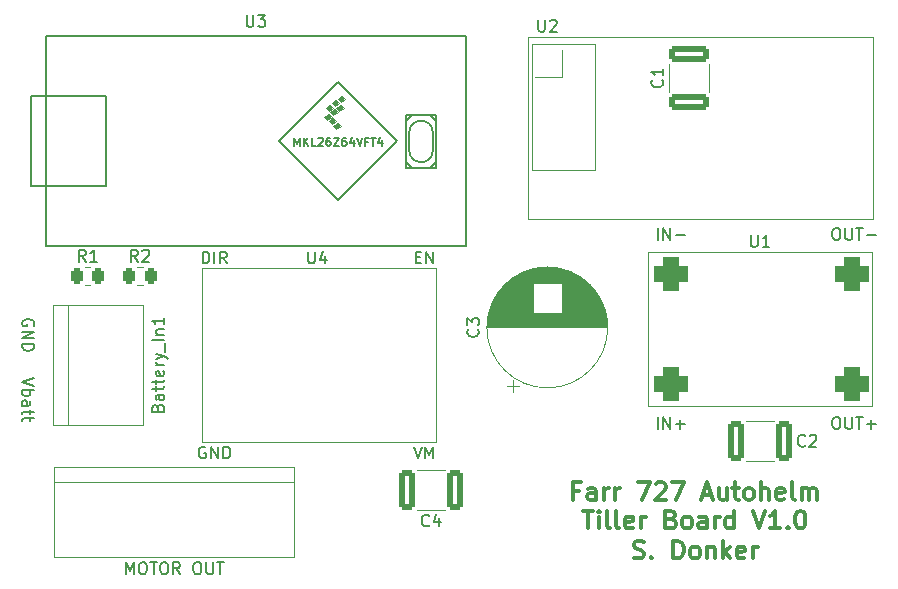
<source format=gto>
%TF.GenerationSoftware,KiCad,Pcbnew,(6.0.6)*%
%TF.CreationDate,2022-07-07T23:48:31-04:00*%
%TF.ProjectId,Autohelm_Thruster,4175746f-6865-46c6-9d5f-546872757374,rev?*%
%TF.SameCoordinates,Original*%
%TF.FileFunction,Legend,Top*%
%TF.FilePolarity,Positive*%
%FSLAX46Y46*%
G04 Gerber Fmt 4.6, Leading zero omitted, Abs format (unit mm)*
G04 Created by KiCad (PCBNEW (6.0.6)) date 2022-07-07 23:48:31*
%MOMM*%
%LPD*%
G01*
G04 APERTURE LIST*
G04 Aperture macros list*
%AMRoundRect*
0 Rectangle with rounded corners*
0 $1 Rounding radius*
0 $2 $3 $4 $5 $6 $7 $8 $9 X,Y pos of 4 corners*
0 Add a 4 corners polygon primitive as box body*
4,1,4,$2,$3,$4,$5,$6,$7,$8,$9,$2,$3,0*
0 Add four circle primitives for the rounded corners*
1,1,$1+$1,$2,$3*
1,1,$1+$1,$4,$5*
1,1,$1+$1,$6,$7*
1,1,$1+$1,$8,$9*
0 Add four rect primitives between the rounded corners*
20,1,$1+$1,$2,$3,$4,$5,0*
20,1,$1+$1,$4,$5,$6,$7,0*
20,1,$1+$1,$6,$7,$8,$9,0*
20,1,$1+$1,$8,$9,$2,$3,0*%
G04 Aperture macros list end*
%ADD10C,0.150000*%
%ADD11C,0.300000*%
%ADD12C,0.120000*%
%ADD13C,0.100000*%
%ADD14RoundRect,0.250000X-0.262500X-0.450000X0.262500X-0.450000X0.262500X0.450000X-0.262500X0.450000X0*%
%ADD15RoundRect,0.249999X0.450001X1.450001X-0.450001X1.450001X-0.450001X-1.450001X0.450001X-1.450001X0*%
%ADD16RoundRect,0.700000X0.700000X-0.700000X0.700000X0.700000X-0.700000X0.700000X-0.700000X-0.700000X0*%
%ADD17RoundRect,0.249999X1.450001X-0.450001X1.450001X0.450001X-1.450001X0.450001X-1.450001X-0.450001X0*%
%ADD18R,2.000000X2.000000*%
%ADD19C,2.000000*%
%ADD20R,3.000000X3.000000*%
%ADD21C,3.000000*%
%ADD22R,1.700000X1.700000*%
%ADD23C,1.700000*%
%ADD24R,1.600000X1.600000*%
%ADD25C,1.600000*%
G04 APERTURE END LIST*
D10*
X72000000Y-117738095D02*
X72047619Y-117642857D01*
X72047619Y-117500000D01*
X72000000Y-117357142D01*
X71904761Y-117261904D01*
X71809523Y-117214285D01*
X71619047Y-117166666D01*
X71476190Y-117166666D01*
X71285714Y-117214285D01*
X71190476Y-117261904D01*
X71095238Y-117357142D01*
X71047619Y-117500000D01*
X71047619Y-117595238D01*
X71095238Y-117738095D01*
X71142857Y-117785714D01*
X71476190Y-117785714D01*
X71476190Y-117595238D01*
X71047619Y-118214285D02*
X72047619Y-118214285D01*
X71047619Y-118785714D01*
X72047619Y-118785714D01*
X71047619Y-119261904D02*
X72047619Y-119261904D01*
X72047619Y-119500000D01*
X72000000Y-119642857D01*
X71904761Y-119738095D01*
X71809523Y-119785714D01*
X71619047Y-119833333D01*
X71476190Y-119833333D01*
X71285714Y-119785714D01*
X71190476Y-119738095D01*
X71095238Y-119642857D01*
X71047619Y-119500000D01*
X71047619Y-119261904D01*
D11*
X118178571Y-131685357D02*
X117678571Y-131685357D01*
X117678571Y-132471071D02*
X117678571Y-130971071D01*
X118392857Y-130971071D01*
X119607142Y-132471071D02*
X119607142Y-131685357D01*
X119535714Y-131542500D01*
X119392857Y-131471071D01*
X119107142Y-131471071D01*
X118964285Y-131542500D01*
X119607142Y-132399642D02*
X119464285Y-132471071D01*
X119107142Y-132471071D01*
X118964285Y-132399642D01*
X118892857Y-132256785D01*
X118892857Y-132113928D01*
X118964285Y-131971071D01*
X119107142Y-131899642D01*
X119464285Y-131899642D01*
X119607142Y-131828214D01*
X120321428Y-132471071D02*
X120321428Y-131471071D01*
X120321428Y-131756785D02*
X120392857Y-131613928D01*
X120464285Y-131542500D01*
X120607142Y-131471071D01*
X120750000Y-131471071D01*
X121250000Y-132471071D02*
X121250000Y-131471071D01*
X121250000Y-131756785D02*
X121321428Y-131613928D01*
X121392857Y-131542500D01*
X121535714Y-131471071D01*
X121678571Y-131471071D01*
X123178571Y-130971071D02*
X124178571Y-130971071D01*
X123535714Y-132471071D01*
X124678571Y-131113928D02*
X124750000Y-131042500D01*
X124892857Y-130971071D01*
X125250000Y-130971071D01*
X125392857Y-131042500D01*
X125464285Y-131113928D01*
X125535714Y-131256785D01*
X125535714Y-131399642D01*
X125464285Y-131613928D01*
X124607142Y-132471071D01*
X125535714Y-132471071D01*
X126035714Y-130971071D02*
X127035714Y-130971071D01*
X126392857Y-132471071D01*
X128678571Y-132042500D02*
X129392857Y-132042500D01*
X128535714Y-132471071D02*
X129035714Y-130971071D01*
X129535714Y-132471071D01*
X130678571Y-131471071D02*
X130678571Y-132471071D01*
X130035714Y-131471071D02*
X130035714Y-132256785D01*
X130107142Y-132399642D01*
X130250000Y-132471071D01*
X130464285Y-132471071D01*
X130607142Y-132399642D01*
X130678571Y-132328214D01*
X131178571Y-131471071D02*
X131750000Y-131471071D01*
X131392857Y-130971071D02*
X131392857Y-132256785D01*
X131464285Y-132399642D01*
X131607142Y-132471071D01*
X131750000Y-132471071D01*
X132464285Y-132471071D02*
X132321428Y-132399642D01*
X132250000Y-132328214D01*
X132178571Y-132185357D01*
X132178571Y-131756785D01*
X132250000Y-131613928D01*
X132321428Y-131542500D01*
X132464285Y-131471071D01*
X132678571Y-131471071D01*
X132821428Y-131542500D01*
X132892857Y-131613928D01*
X132964285Y-131756785D01*
X132964285Y-132185357D01*
X132892857Y-132328214D01*
X132821428Y-132399642D01*
X132678571Y-132471071D01*
X132464285Y-132471071D01*
X133607142Y-132471071D02*
X133607142Y-130971071D01*
X134250000Y-132471071D02*
X134250000Y-131685357D01*
X134178571Y-131542500D01*
X134035714Y-131471071D01*
X133821428Y-131471071D01*
X133678571Y-131542500D01*
X133607142Y-131613928D01*
X135535714Y-132399642D02*
X135392857Y-132471071D01*
X135107142Y-132471071D01*
X134964285Y-132399642D01*
X134892857Y-132256785D01*
X134892857Y-131685357D01*
X134964285Y-131542500D01*
X135107142Y-131471071D01*
X135392857Y-131471071D01*
X135535714Y-131542500D01*
X135607142Y-131685357D01*
X135607142Y-131828214D01*
X134892857Y-131971071D01*
X136464285Y-132471071D02*
X136321428Y-132399642D01*
X136250000Y-132256785D01*
X136250000Y-130971071D01*
X137035714Y-132471071D02*
X137035714Y-131471071D01*
X137035714Y-131613928D02*
X137107142Y-131542500D01*
X137250000Y-131471071D01*
X137464285Y-131471071D01*
X137607142Y-131542500D01*
X137678571Y-131685357D01*
X137678571Y-132471071D01*
X137678571Y-131685357D02*
X137750000Y-131542500D01*
X137892857Y-131471071D01*
X138107142Y-131471071D01*
X138250000Y-131542500D01*
X138321428Y-131685357D01*
X138321428Y-132471071D01*
X118500000Y-133386071D02*
X119357142Y-133386071D01*
X118928571Y-134886071D02*
X118928571Y-133386071D01*
X119857142Y-134886071D02*
X119857142Y-133886071D01*
X119857142Y-133386071D02*
X119785714Y-133457500D01*
X119857142Y-133528928D01*
X119928571Y-133457500D01*
X119857142Y-133386071D01*
X119857142Y-133528928D01*
X120785714Y-134886071D02*
X120642857Y-134814642D01*
X120571428Y-134671785D01*
X120571428Y-133386071D01*
X121571428Y-134886071D02*
X121428571Y-134814642D01*
X121357142Y-134671785D01*
X121357142Y-133386071D01*
X122714285Y-134814642D02*
X122571428Y-134886071D01*
X122285714Y-134886071D01*
X122142857Y-134814642D01*
X122071428Y-134671785D01*
X122071428Y-134100357D01*
X122142857Y-133957500D01*
X122285714Y-133886071D01*
X122571428Y-133886071D01*
X122714285Y-133957500D01*
X122785714Y-134100357D01*
X122785714Y-134243214D01*
X122071428Y-134386071D01*
X123428571Y-134886071D02*
X123428571Y-133886071D01*
X123428571Y-134171785D02*
X123500000Y-134028928D01*
X123571428Y-133957500D01*
X123714285Y-133886071D01*
X123857142Y-133886071D01*
X126000000Y-134100357D02*
X126214285Y-134171785D01*
X126285714Y-134243214D01*
X126357142Y-134386071D01*
X126357142Y-134600357D01*
X126285714Y-134743214D01*
X126214285Y-134814642D01*
X126071428Y-134886071D01*
X125500000Y-134886071D01*
X125500000Y-133386071D01*
X126000000Y-133386071D01*
X126142857Y-133457500D01*
X126214285Y-133528928D01*
X126285714Y-133671785D01*
X126285714Y-133814642D01*
X126214285Y-133957500D01*
X126142857Y-134028928D01*
X126000000Y-134100357D01*
X125500000Y-134100357D01*
X127214285Y-134886071D02*
X127071428Y-134814642D01*
X127000000Y-134743214D01*
X126928571Y-134600357D01*
X126928571Y-134171785D01*
X127000000Y-134028928D01*
X127071428Y-133957500D01*
X127214285Y-133886071D01*
X127428571Y-133886071D01*
X127571428Y-133957500D01*
X127642857Y-134028928D01*
X127714285Y-134171785D01*
X127714285Y-134600357D01*
X127642857Y-134743214D01*
X127571428Y-134814642D01*
X127428571Y-134886071D01*
X127214285Y-134886071D01*
X129000000Y-134886071D02*
X129000000Y-134100357D01*
X128928571Y-133957500D01*
X128785714Y-133886071D01*
X128500000Y-133886071D01*
X128357142Y-133957500D01*
X129000000Y-134814642D02*
X128857142Y-134886071D01*
X128500000Y-134886071D01*
X128357142Y-134814642D01*
X128285714Y-134671785D01*
X128285714Y-134528928D01*
X128357142Y-134386071D01*
X128500000Y-134314642D01*
X128857142Y-134314642D01*
X129000000Y-134243214D01*
X129714285Y-134886071D02*
X129714285Y-133886071D01*
X129714285Y-134171785D02*
X129785714Y-134028928D01*
X129857142Y-133957500D01*
X130000000Y-133886071D01*
X130142857Y-133886071D01*
X131285714Y-134886071D02*
X131285714Y-133386071D01*
X131285714Y-134814642D02*
X131142857Y-134886071D01*
X130857142Y-134886071D01*
X130714285Y-134814642D01*
X130642857Y-134743214D01*
X130571428Y-134600357D01*
X130571428Y-134171785D01*
X130642857Y-134028928D01*
X130714285Y-133957500D01*
X130857142Y-133886071D01*
X131142857Y-133886071D01*
X131285714Y-133957500D01*
X132928571Y-133386071D02*
X133428571Y-134886071D01*
X133928571Y-133386071D01*
X135214285Y-134886071D02*
X134357142Y-134886071D01*
X134785714Y-134886071D02*
X134785714Y-133386071D01*
X134642857Y-133600357D01*
X134500000Y-133743214D01*
X134357142Y-133814642D01*
X135857142Y-134743214D02*
X135928571Y-134814642D01*
X135857142Y-134886071D01*
X135785714Y-134814642D01*
X135857142Y-134743214D01*
X135857142Y-134886071D01*
X136857142Y-133386071D02*
X137000000Y-133386071D01*
X137142857Y-133457500D01*
X137214285Y-133528928D01*
X137285714Y-133671785D01*
X137357142Y-133957500D01*
X137357142Y-134314642D01*
X137285714Y-134600357D01*
X137214285Y-134743214D01*
X137142857Y-134814642D01*
X137000000Y-134886071D01*
X136857142Y-134886071D01*
X136714285Y-134814642D01*
X136642857Y-134743214D01*
X136571428Y-134600357D01*
X136500000Y-134314642D01*
X136500000Y-133957500D01*
X136571428Y-133671785D01*
X136642857Y-133528928D01*
X136714285Y-133457500D01*
X136857142Y-133386071D01*
X122821428Y-137357142D02*
X123035714Y-137428571D01*
X123392857Y-137428571D01*
X123535714Y-137357142D01*
X123607142Y-137285714D01*
X123678571Y-137142857D01*
X123678571Y-137000000D01*
X123607142Y-136857142D01*
X123535714Y-136785714D01*
X123392857Y-136714285D01*
X123107142Y-136642857D01*
X122964285Y-136571428D01*
X122892857Y-136500000D01*
X122821428Y-136357142D01*
X122821428Y-136214285D01*
X122892857Y-136071428D01*
X122964285Y-136000000D01*
X123107142Y-135928571D01*
X123464285Y-135928571D01*
X123678571Y-136000000D01*
X124321428Y-137285714D02*
X124392857Y-137357142D01*
X124321428Y-137428571D01*
X124250000Y-137357142D01*
X124321428Y-137285714D01*
X124321428Y-137428571D01*
X126178571Y-137428571D02*
X126178571Y-135928571D01*
X126535714Y-135928571D01*
X126750000Y-136000000D01*
X126892857Y-136142857D01*
X126964285Y-136285714D01*
X127035714Y-136571428D01*
X127035714Y-136785714D01*
X126964285Y-137071428D01*
X126892857Y-137214285D01*
X126750000Y-137357142D01*
X126535714Y-137428571D01*
X126178571Y-137428571D01*
X127892857Y-137428571D02*
X127750000Y-137357142D01*
X127678571Y-137285714D01*
X127607142Y-137142857D01*
X127607142Y-136714285D01*
X127678571Y-136571428D01*
X127750000Y-136500000D01*
X127892857Y-136428571D01*
X128107142Y-136428571D01*
X128250000Y-136500000D01*
X128321428Y-136571428D01*
X128392857Y-136714285D01*
X128392857Y-137142857D01*
X128321428Y-137285714D01*
X128250000Y-137357142D01*
X128107142Y-137428571D01*
X127892857Y-137428571D01*
X129035714Y-136428571D02*
X129035714Y-137428571D01*
X129035714Y-136571428D02*
X129107142Y-136500000D01*
X129250000Y-136428571D01*
X129464285Y-136428571D01*
X129607142Y-136500000D01*
X129678571Y-136642857D01*
X129678571Y-137428571D01*
X130392857Y-137428571D02*
X130392857Y-135928571D01*
X130535714Y-136857142D02*
X130964285Y-137428571D01*
X130964285Y-136428571D02*
X130392857Y-137000000D01*
X132178571Y-137357142D02*
X132035714Y-137428571D01*
X131750000Y-137428571D01*
X131607142Y-137357142D01*
X131535714Y-137214285D01*
X131535714Y-136642857D01*
X131607142Y-136500000D01*
X131750000Y-136428571D01*
X132035714Y-136428571D01*
X132178571Y-136500000D01*
X132250000Y-136642857D01*
X132250000Y-136785714D01*
X131535714Y-136928571D01*
X132892857Y-137428571D02*
X132892857Y-136428571D01*
X132892857Y-136714285D02*
X132964285Y-136571428D01*
X133035714Y-136500000D01*
X133178571Y-136428571D01*
X133321428Y-136428571D01*
D10*
X72047619Y-122190476D02*
X71047619Y-122523809D01*
X72047619Y-122857142D01*
X71047619Y-123190476D02*
X72047619Y-123190476D01*
X71666666Y-123190476D02*
X71714285Y-123285714D01*
X71714285Y-123476190D01*
X71666666Y-123571428D01*
X71619047Y-123619047D01*
X71523809Y-123666666D01*
X71238095Y-123666666D01*
X71142857Y-123619047D01*
X71095238Y-123571428D01*
X71047619Y-123476190D01*
X71047619Y-123285714D01*
X71095238Y-123190476D01*
X71047619Y-124523809D02*
X71571428Y-124523809D01*
X71666666Y-124476190D01*
X71714285Y-124380952D01*
X71714285Y-124190476D01*
X71666666Y-124095238D01*
X71095238Y-124523809D02*
X71047619Y-124428571D01*
X71047619Y-124190476D01*
X71095238Y-124095238D01*
X71190476Y-124047619D01*
X71285714Y-124047619D01*
X71380952Y-124095238D01*
X71428571Y-124190476D01*
X71428571Y-124428571D01*
X71476190Y-124523809D01*
X71714285Y-124857142D02*
X71714285Y-125238095D01*
X72047619Y-125000000D02*
X71190476Y-125000000D01*
X71095238Y-125047619D01*
X71047619Y-125142857D01*
X71047619Y-125238095D01*
X71714285Y-125428571D02*
X71714285Y-125809523D01*
X72047619Y-125571428D02*
X71190476Y-125571428D01*
X71095238Y-125619047D01*
X71047619Y-125714285D01*
X71047619Y-125809523D01*
%TO.C,R2*%
X80833333Y-112302380D02*
X80500000Y-111826190D01*
X80261904Y-112302380D02*
X80261904Y-111302380D01*
X80642857Y-111302380D01*
X80738095Y-111350000D01*
X80785714Y-111397619D01*
X80833333Y-111492857D01*
X80833333Y-111635714D01*
X80785714Y-111730952D01*
X80738095Y-111778571D01*
X80642857Y-111826190D01*
X80261904Y-111826190D01*
X81214285Y-111397619D02*
X81261904Y-111350000D01*
X81357142Y-111302380D01*
X81595238Y-111302380D01*
X81690476Y-111350000D01*
X81738095Y-111397619D01*
X81785714Y-111492857D01*
X81785714Y-111588095D01*
X81738095Y-111730952D01*
X81166666Y-112302380D01*
X81785714Y-112302380D01*
%TO.C,C4*%
X105493333Y-134617142D02*
X105445714Y-134664761D01*
X105302857Y-134712380D01*
X105207619Y-134712380D01*
X105064761Y-134664761D01*
X104969523Y-134569523D01*
X104921904Y-134474285D01*
X104874285Y-134283809D01*
X104874285Y-134140952D01*
X104921904Y-133950476D01*
X104969523Y-133855238D01*
X105064761Y-133760000D01*
X105207619Y-133712380D01*
X105302857Y-133712380D01*
X105445714Y-133760000D01*
X105493333Y-133807619D01*
X106350476Y-134045714D02*
X106350476Y-134712380D01*
X106112380Y-133664761D02*
X105874285Y-134379047D01*
X106493333Y-134379047D01*
%TO.C,U1*%
X132738095Y-110052380D02*
X132738095Y-110861904D01*
X132785714Y-110957142D01*
X132833333Y-111004761D01*
X132928571Y-111052380D01*
X133119047Y-111052380D01*
X133214285Y-111004761D01*
X133261904Y-110957142D01*
X133309523Y-110861904D01*
X133309523Y-110052380D01*
X134309523Y-111052380D02*
X133738095Y-111052380D01*
X134023809Y-111052380D02*
X134023809Y-110052380D01*
X133928571Y-110195238D01*
X133833333Y-110290476D01*
X133738095Y-110338095D01*
X139880952Y-125452380D02*
X140071428Y-125452380D01*
X140166666Y-125500000D01*
X140261904Y-125595238D01*
X140309523Y-125785714D01*
X140309523Y-126119047D01*
X140261904Y-126309523D01*
X140166666Y-126404761D01*
X140071428Y-126452380D01*
X139880952Y-126452380D01*
X139785714Y-126404761D01*
X139690476Y-126309523D01*
X139642857Y-126119047D01*
X139642857Y-125785714D01*
X139690476Y-125595238D01*
X139785714Y-125500000D01*
X139880952Y-125452380D01*
X140738095Y-125452380D02*
X140738095Y-126261904D01*
X140785714Y-126357142D01*
X140833333Y-126404761D01*
X140928571Y-126452380D01*
X141119047Y-126452380D01*
X141214285Y-126404761D01*
X141261904Y-126357142D01*
X141309523Y-126261904D01*
X141309523Y-125452380D01*
X141642857Y-125452380D02*
X142214285Y-125452380D01*
X141928571Y-126452380D02*
X141928571Y-125452380D01*
X142547619Y-126071428D02*
X143309523Y-126071428D01*
X142928571Y-126452380D02*
X142928571Y-125690476D01*
X139880952Y-109452380D02*
X140071428Y-109452380D01*
X140166666Y-109500000D01*
X140261904Y-109595238D01*
X140309523Y-109785714D01*
X140309523Y-110119047D01*
X140261904Y-110309523D01*
X140166666Y-110404761D01*
X140071428Y-110452380D01*
X139880952Y-110452380D01*
X139785714Y-110404761D01*
X139690476Y-110309523D01*
X139642857Y-110119047D01*
X139642857Y-109785714D01*
X139690476Y-109595238D01*
X139785714Y-109500000D01*
X139880952Y-109452380D01*
X140738095Y-109452380D02*
X140738095Y-110261904D01*
X140785714Y-110357142D01*
X140833333Y-110404761D01*
X140928571Y-110452380D01*
X141119047Y-110452380D01*
X141214285Y-110404761D01*
X141261904Y-110357142D01*
X141309523Y-110261904D01*
X141309523Y-109452380D01*
X141642857Y-109452380D02*
X142214285Y-109452380D01*
X141928571Y-110452380D02*
X141928571Y-109452380D01*
X142547619Y-110071428D02*
X143309523Y-110071428D01*
X124857142Y-126452380D02*
X124857142Y-125452380D01*
X125333333Y-126452380D02*
X125333333Y-125452380D01*
X125904761Y-126452380D01*
X125904761Y-125452380D01*
X126380952Y-126071428D02*
X127142857Y-126071428D01*
X126761904Y-126452380D02*
X126761904Y-125690476D01*
X124857142Y-110452380D02*
X124857142Y-109452380D01*
X125333333Y-110452380D02*
X125333333Y-109452380D01*
X125904761Y-110452380D01*
X125904761Y-109452380D01*
X126380952Y-110071428D02*
X127142857Y-110071428D01*
%TO.C,C1*%
X125207142Y-96916666D02*
X125254761Y-96964285D01*
X125302380Y-97107142D01*
X125302380Y-97202380D01*
X125254761Y-97345238D01*
X125159523Y-97440476D01*
X125064285Y-97488095D01*
X124873809Y-97535714D01*
X124730952Y-97535714D01*
X124540476Y-97488095D01*
X124445238Y-97440476D01*
X124350000Y-97345238D01*
X124302380Y-97202380D01*
X124302380Y-97107142D01*
X124350000Y-96964285D01*
X124397619Y-96916666D01*
X125302380Y-95964285D02*
X125302380Y-96535714D01*
X125302380Y-96250000D02*
X124302380Y-96250000D01*
X124445238Y-96345238D01*
X124540476Y-96440476D01*
X124588095Y-96535714D01*
%TO.C,R1*%
X76420833Y-112302380D02*
X76087500Y-111826190D01*
X75849404Y-112302380D02*
X75849404Y-111302380D01*
X76230357Y-111302380D01*
X76325595Y-111350000D01*
X76373214Y-111397619D01*
X76420833Y-111492857D01*
X76420833Y-111635714D01*
X76373214Y-111730952D01*
X76325595Y-111778571D01*
X76230357Y-111826190D01*
X75849404Y-111826190D01*
X77373214Y-112302380D02*
X76801785Y-112302380D01*
X77087500Y-112302380D02*
X77087500Y-111302380D01*
X76992261Y-111445238D01*
X76897023Y-111540476D01*
X76801785Y-111588095D01*
%TO.C,C2*%
X137333333Y-127857142D02*
X137285714Y-127904761D01*
X137142857Y-127952380D01*
X137047619Y-127952380D01*
X136904761Y-127904761D01*
X136809523Y-127809523D01*
X136761904Y-127714285D01*
X136714285Y-127523809D01*
X136714285Y-127380952D01*
X136761904Y-127190476D01*
X136809523Y-127095238D01*
X136904761Y-127000000D01*
X137047619Y-126952380D01*
X137142857Y-126952380D01*
X137285714Y-127000000D01*
X137333333Y-127047619D01*
X137714285Y-127047619D02*
X137761904Y-127000000D01*
X137857142Y-126952380D01*
X138095238Y-126952380D01*
X138190476Y-127000000D01*
X138238095Y-127047619D01*
X138285714Y-127142857D01*
X138285714Y-127238095D01*
X138238095Y-127380952D01*
X137666666Y-127952380D01*
X138285714Y-127952380D01*
%TO.C,C3*%
X109607142Y-118034343D02*
X109654761Y-118081962D01*
X109702380Y-118224819D01*
X109702380Y-118320057D01*
X109654761Y-118462915D01*
X109559523Y-118558153D01*
X109464285Y-118605772D01*
X109273809Y-118653391D01*
X109130952Y-118653391D01*
X108940476Y-118605772D01*
X108845238Y-118558153D01*
X108750000Y-118462915D01*
X108702380Y-118320057D01*
X108702380Y-118224819D01*
X108750000Y-118081962D01*
X108797619Y-118034343D01*
X108702380Y-117701010D02*
X108702380Y-117081962D01*
X109083333Y-117415296D01*
X109083333Y-117272438D01*
X109130952Y-117177200D01*
X109178571Y-117129581D01*
X109273809Y-117081962D01*
X109511904Y-117081962D01*
X109607142Y-117129581D01*
X109654761Y-117177200D01*
X109702380Y-117272438D01*
X109702380Y-117558153D01*
X109654761Y-117653391D01*
X109607142Y-117701010D01*
%TO.C,Battery_In1*%
X82508571Y-124659047D02*
X82556190Y-124516190D01*
X82603809Y-124468571D01*
X82699047Y-124420952D01*
X82841904Y-124420952D01*
X82937142Y-124468571D01*
X82984761Y-124516190D01*
X83032380Y-124611428D01*
X83032380Y-124992380D01*
X82032380Y-124992380D01*
X82032380Y-124659047D01*
X82080000Y-124563809D01*
X82127619Y-124516190D01*
X82222857Y-124468571D01*
X82318095Y-124468571D01*
X82413333Y-124516190D01*
X82460952Y-124563809D01*
X82508571Y-124659047D01*
X82508571Y-124992380D01*
X83032380Y-123563809D02*
X82508571Y-123563809D01*
X82413333Y-123611428D01*
X82365714Y-123706666D01*
X82365714Y-123897142D01*
X82413333Y-123992380D01*
X82984761Y-123563809D02*
X83032380Y-123659047D01*
X83032380Y-123897142D01*
X82984761Y-123992380D01*
X82889523Y-124040000D01*
X82794285Y-124040000D01*
X82699047Y-123992380D01*
X82651428Y-123897142D01*
X82651428Y-123659047D01*
X82603809Y-123563809D01*
X82365714Y-123230476D02*
X82365714Y-122849523D01*
X82032380Y-123087619D02*
X82889523Y-123087619D01*
X82984761Y-123040000D01*
X83032380Y-122944761D01*
X83032380Y-122849523D01*
X82365714Y-122659047D02*
X82365714Y-122278095D01*
X82032380Y-122516190D02*
X82889523Y-122516190D01*
X82984761Y-122468571D01*
X83032380Y-122373333D01*
X83032380Y-122278095D01*
X82984761Y-121563809D02*
X83032380Y-121659047D01*
X83032380Y-121849523D01*
X82984761Y-121944761D01*
X82889523Y-121992380D01*
X82508571Y-121992380D01*
X82413333Y-121944761D01*
X82365714Y-121849523D01*
X82365714Y-121659047D01*
X82413333Y-121563809D01*
X82508571Y-121516190D01*
X82603809Y-121516190D01*
X82699047Y-121992380D01*
X83032380Y-121087619D02*
X82365714Y-121087619D01*
X82556190Y-121087619D02*
X82460952Y-121040000D01*
X82413333Y-120992380D01*
X82365714Y-120897142D01*
X82365714Y-120801904D01*
X82365714Y-120563809D02*
X83032380Y-120325714D01*
X82365714Y-120087619D02*
X83032380Y-120325714D01*
X83270476Y-120420952D01*
X83318095Y-120468571D01*
X83365714Y-120563809D01*
X83127619Y-119944761D02*
X83127619Y-119182857D01*
X83032380Y-118944761D02*
X82032380Y-118944761D01*
X82365714Y-118468571D02*
X83032380Y-118468571D01*
X82460952Y-118468571D02*
X82413333Y-118420952D01*
X82365714Y-118325714D01*
X82365714Y-118182857D01*
X82413333Y-118087619D01*
X82508571Y-118040000D01*
X83032380Y-118040000D01*
X83032380Y-117040000D02*
X83032380Y-117611428D01*
X83032380Y-117325714D02*
X82032380Y-117325714D01*
X82175238Y-117420952D01*
X82270476Y-117516190D01*
X82318095Y-117611428D01*
%TO.C,U2*%
X114738095Y-91827380D02*
X114738095Y-92636904D01*
X114785714Y-92732142D01*
X114833333Y-92779761D01*
X114928571Y-92827380D01*
X115119047Y-92827380D01*
X115214285Y-92779761D01*
X115261904Y-92732142D01*
X115309523Y-92636904D01*
X115309523Y-91827380D01*
X115738095Y-91922619D02*
X115785714Y-91875000D01*
X115880952Y-91827380D01*
X116119047Y-91827380D01*
X116214285Y-91875000D01*
X116261904Y-91922619D01*
X116309523Y-92017857D01*
X116309523Y-92113095D01*
X116261904Y-92255952D01*
X115690476Y-92827380D01*
X116309523Y-92827380D01*
%TO.C,U3*%
X90048095Y-91412380D02*
X90048095Y-92221904D01*
X90095714Y-92317142D01*
X90143333Y-92364761D01*
X90238571Y-92412380D01*
X90429047Y-92412380D01*
X90524285Y-92364761D01*
X90571904Y-92317142D01*
X90619523Y-92221904D01*
X90619523Y-91412380D01*
X91000476Y-91412380D02*
X91619523Y-91412380D01*
X91286190Y-91793333D01*
X91429047Y-91793333D01*
X91524285Y-91840952D01*
X91571904Y-91888571D01*
X91619523Y-91983809D01*
X91619523Y-92221904D01*
X91571904Y-92317142D01*
X91524285Y-92364761D01*
X91429047Y-92412380D01*
X91143333Y-92412380D01*
X91048095Y-92364761D01*
X91000476Y-92317142D01*
X94076666Y-102496666D02*
X94076666Y-101796666D01*
X94310000Y-102296666D01*
X94543333Y-101796666D01*
X94543333Y-102496666D01*
X94876666Y-102496666D02*
X94876666Y-101796666D01*
X95276666Y-102496666D02*
X94976666Y-102096666D01*
X95276666Y-101796666D02*
X94876666Y-102196666D01*
X95910000Y-102496666D02*
X95576666Y-102496666D01*
X95576666Y-101796666D01*
X96110000Y-101863333D02*
X96143333Y-101830000D01*
X96210000Y-101796666D01*
X96376666Y-101796666D01*
X96443333Y-101830000D01*
X96476666Y-101863333D01*
X96510000Y-101930000D01*
X96510000Y-101996666D01*
X96476666Y-102096666D01*
X96076666Y-102496666D01*
X96510000Y-102496666D01*
X97110000Y-101796666D02*
X96976666Y-101796666D01*
X96910000Y-101830000D01*
X96876666Y-101863333D01*
X96810000Y-101963333D01*
X96776666Y-102096666D01*
X96776666Y-102363333D01*
X96810000Y-102430000D01*
X96843333Y-102463333D01*
X96910000Y-102496666D01*
X97043333Y-102496666D01*
X97110000Y-102463333D01*
X97143333Y-102430000D01*
X97176666Y-102363333D01*
X97176666Y-102196666D01*
X97143333Y-102130000D01*
X97110000Y-102096666D01*
X97043333Y-102063333D01*
X96910000Y-102063333D01*
X96843333Y-102096666D01*
X96810000Y-102130000D01*
X96776666Y-102196666D01*
X97410000Y-101796666D02*
X97876666Y-101796666D01*
X97410000Y-102496666D01*
X97876666Y-102496666D01*
X98443333Y-101796666D02*
X98310000Y-101796666D01*
X98243333Y-101830000D01*
X98210000Y-101863333D01*
X98143333Y-101963333D01*
X98110000Y-102096666D01*
X98110000Y-102363333D01*
X98143333Y-102430000D01*
X98176666Y-102463333D01*
X98243333Y-102496666D01*
X98376666Y-102496666D01*
X98443333Y-102463333D01*
X98476666Y-102430000D01*
X98510000Y-102363333D01*
X98510000Y-102196666D01*
X98476666Y-102130000D01*
X98443333Y-102096666D01*
X98376666Y-102063333D01*
X98243333Y-102063333D01*
X98176666Y-102096666D01*
X98143333Y-102130000D01*
X98110000Y-102196666D01*
X99110000Y-102030000D02*
X99110000Y-102496666D01*
X98943333Y-101763333D02*
X98776666Y-102263333D01*
X99210000Y-102263333D01*
X99376666Y-101796666D02*
X99610000Y-102496666D01*
X99843333Y-101796666D01*
X100310000Y-102130000D02*
X100076666Y-102130000D01*
X100076666Y-102496666D02*
X100076666Y-101796666D01*
X100410000Y-101796666D01*
X100576666Y-101796666D02*
X100976666Y-101796666D01*
X100776666Y-102496666D02*
X100776666Y-101796666D01*
X101510000Y-102030000D02*
X101510000Y-102496666D01*
X101343333Y-101763333D02*
X101176666Y-102263333D01*
X101610000Y-102263333D01*
%TO.C,U4*%
X95238095Y-111452380D02*
X95238095Y-112261904D01*
X95285714Y-112357142D01*
X95333333Y-112404761D01*
X95428571Y-112452380D01*
X95619047Y-112452380D01*
X95714285Y-112404761D01*
X95761904Y-112357142D01*
X95809523Y-112261904D01*
X95809523Y-111452380D01*
X96714285Y-111785714D02*
X96714285Y-112452380D01*
X96476190Y-111404761D02*
X96238095Y-112119047D01*
X96857142Y-112119047D01*
X86310000Y-112452380D02*
X86310000Y-111452380D01*
X86548095Y-111452380D01*
X86690952Y-111500000D01*
X86786190Y-111595238D01*
X86833809Y-111690476D01*
X86881428Y-111880952D01*
X86881428Y-112023809D01*
X86833809Y-112214285D01*
X86786190Y-112309523D01*
X86690952Y-112404761D01*
X86548095Y-112452380D01*
X86310000Y-112452380D01*
X87310000Y-112452380D02*
X87310000Y-111452380D01*
X88357619Y-112452380D02*
X88024285Y-111976190D01*
X87786190Y-112452380D02*
X87786190Y-111452380D01*
X88167142Y-111452380D01*
X88262380Y-111500000D01*
X88310000Y-111547619D01*
X88357619Y-111642857D01*
X88357619Y-111785714D01*
X88310000Y-111880952D01*
X88262380Y-111928571D01*
X88167142Y-111976190D01*
X87786190Y-111976190D01*
X104351904Y-111928571D02*
X104685238Y-111928571D01*
X104828095Y-112452380D02*
X104351904Y-112452380D01*
X104351904Y-111452380D01*
X104828095Y-111452380D01*
X105256666Y-112452380D02*
X105256666Y-111452380D01*
X105828095Y-112452380D01*
X105828095Y-111452380D01*
X86548095Y-128000000D02*
X86452857Y-127952380D01*
X86310000Y-127952380D01*
X86167142Y-128000000D01*
X86071904Y-128095238D01*
X86024285Y-128190476D01*
X85976666Y-128380952D01*
X85976666Y-128523809D01*
X86024285Y-128714285D01*
X86071904Y-128809523D01*
X86167142Y-128904761D01*
X86310000Y-128952380D01*
X86405238Y-128952380D01*
X86548095Y-128904761D01*
X86595714Y-128857142D01*
X86595714Y-128523809D01*
X86405238Y-128523809D01*
X87024285Y-128952380D02*
X87024285Y-127952380D01*
X87595714Y-128952380D01*
X87595714Y-127952380D01*
X88071904Y-128952380D02*
X88071904Y-127952380D01*
X88310000Y-127952380D01*
X88452857Y-128000000D01*
X88548095Y-128095238D01*
X88595714Y-128190476D01*
X88643333Y-128380952D01*
X88643333Y-128523809D01*
X88595714Y-128714285D01*
X88548095Y-128809523D01*
X88452857Y-128904761D01*
X88310000Y-128952380D01*
X88071904Y-128952380D01*
X104185238Y-127952380D02*
X104518571Y-128952380D01*
X104851904Y-127952380D01*
X105185238Y-128952380D02*
X105185238Y-127952380D01*
X105518571Y-128666666D01*
X105851904Y-127952380D01*
X105851904Y-128952380D01*
%TO.C,MOTOR OUT*%
X79828571Y-138752380D02*
X79828571Y-137752380D01*
X80161904Y-138466666D01*
X80495238Y-137752380D01*
X80495238Y-138752380D01*
X81161904Y-137752380D02*
X81352380Y-137752380D01*
X81447619Y-137800000D01*
X81542857Y-137895238D01*
X81590476Y-138085714D01*
X81590476Y-138419047D01*
X81542857Y-138609523D01*
X81447619Y-138704761D01*
X81352380Y-138752380D01*
X81161904Y-138752380D01*
X81066666Y-138704761D01*
X80971428Y-138609523D01*
X80923809Y-138419047D01*
X80923809Y-138085714D01*
X80971428Y-137895238D01*
X81066666Y-137800000D01*
X81161904Y-137752380D01*
X81876190Y-137752380D02*
X82447619Y-137752380D01*
X82161904Y-138752380D02*
X82161904Y-137752380D01*
X82971428Y-137752380D02*
X83161904Y-137752380D01*
X83257142Y-137800000D01*
X83352380Y-137895238D01*
X83400000Y-138085714D01*
X83400000Y-138419047D01*
X83352380Y-138609523D01*
X83257142Y-138704761D01*
X83161904Y-138752380D01*
X82971428Y-138752380D01*
X82876190Y-138704761D01*
X82780952Y-138609523D01*
X82733333Y-138419047D01*
X82733333Y-138085714D01*
X82780952Y-137895238D01*
X82876190Y-137800000D01*
X82971428Y-137752380D01*
X84400000Y-138752380D02*
X84066666Y-138276190D01*
X83828571Y-138752380D02*
X83828571Y-137752380D01*
X84209523Y-137752380D01*
X84304761Y-137800000D01*
X84352380Y-137847619D01*
X84400000Y-137942857D01*
X84400000Y-138085714D01*
X84352380Y-138180952D01*
X84304761Y-138228571D01*
X84209523Y-138276190D01*
X83828571Y-138276190D01*
X85780952Y-137752380D02*
X85971428Y-137752380D01*
X86066666Y-137800000D01*
X86161904Y-137895238D01*
X86209523Y-138085714D01*
X86209523Y-138419047D01*
X86161904Y-138609523D01*
X86066666Y-138704761D01*
X85971428Y-138752380D01*
X85780952Y-138752380D01*
X85685714Y-138704761D01*
X85590476Y-138609523D01*
X85542857Y-138419047D01*
X85542857Y-138085714D01*
X85590476Y-137895238D01*
X85685714Y-137800000D01*
X85780952Y-137752380D01*
X86638095Y-137752380D02*
X86638095Y-138561904D01*
X86685714Y-138657142D01*
X86733333Y-138704761D01*
X86828571Y-138752380D01*
X87019047Y-138752380D01*
X87114285Y-138704761D01*
X87161904Y-138657142D01*
X87209523Y-138561904D01*
X87209523Y-137752380D01*
X87542857Y-137752380D02*
X88114285Y-137752380D01*
X87828571Y-138752380D02*
X87828571Y-137752380D01*
D12*
%TO.C,R2*%
X80772936Y-112765000D02*
X81227064Y-112765000D01*
X80772936Y-114235000D02*
X81227064Y-114235000D01*
%TO.C,C4*%
X106821252Y-133320000D02*
X104498748Y-133320000D01*
X106821252Y-129900000D02*
X104498748Y-129900000D01*
%TO.C,U1*%
X124000000Y-124500000D02*
X143000000Y-124500000D01*
X143000000Y-124500000D02*
X143000000Y-111500000D01*
X143000000Y-111500000D02*
X124000000Y-111500000D01*
X124000000Y-111500000D02*
X124000000Y-124500000D01*
%TO.C,C1*%
X129210000Y-97911252D02*
X129210000Y-95588748D01*
X125790000Y-97911252D02*
X125790000Y-95588748D01*
%TO.C,R1*%
X76360436Y-112765000D02*
X76814564Y-112765000D01*
X76360436Y-114235000D02*
X76814564Y-114235000D01*
%TO.C,C2*%
X134661252Y-129210000D02*
X132338748Y-129210000D01*
X134661252Y-125790000D02*
X132338748Y-125790000D01*
%TO.C,C3*%
X116741000Y-116386677D02*
X120362000Y-116386677D01*
X116741000Y-116226677D02*
X120311000Y-116226677D01*
X116741000Y-115186677D02*
X119823000Y-115186677D01*
X116741000Y-115586677D02*
X120045000Y-115586677D01*
X110603000Y-116506677D02*
X114259000Y-116506677D01*
X111227000Y-115106677D02*
X114259000Y-115106677D01*
X111899000Y-114266677D02*
X114259000Y-114266677D01*
X110460000Y-117227677D02*
X120540000Y-117227677D01*
X116741000Y-115666677D02*
X120084000Y-115666677D01*
X110703000Y-116186677D02*
X114259000Y-116186677D01*
X110717000Y-116146677D02*
X114259000Y-116146677D01*
X114270000Y-112906677D02*
X116730000Y-112906677D01*
X112246000Y-113946677D02*
X118754000Y-113946677D01*
X111202000Y-115146677D02*
X114259000Y-115146677D01*
X111821000Y-114346677D02*
X114259000Y-114346677D01*
X110450000Y-117307677D02*
X120550000Y-117307677D01*
X110638000Y-116386677D02*
X114259000Y-116386677D01*
X110438000Y-117427677D02*
X120562000Y-117427677D01*
X112611000Y-113666677D02*
X118389000Y-113666677D01*
X116741000Y-115266677D02*
X119871000Y-115266677D01*
X116741000Y-114386677D02*
X119216000Y-114386677D01*
X116741000Y-115106677D02*
X119773000Y-115106677D01*
X116741000Y-114626677D02*
X119425000Y-114626677D01*
X116741000Y-114906677D02*
X119638000Y-114906677D01*
X111334000Y-114946677D02*
X114259000Y-114946677D01*
X110430000Y-117547677D02*
X120570000Y-117547677D01*
X116741000Y-115026677D02*
X119721000Y-115026677D01*
X112294000Y-113906677D02*
X118706000Y-113906677D01*
X110793000Y-115946677D02*
X114259000Y-115946677D01*
X112153000Y-114026677D02*
X118847000Y-114026677D01*
X111279000Y-115026677D02*
X114259000Y-115026677D01*
X110427000Y-117587677D02*
X120573000Y-117587677D01*
X110593000Y-116546677D02*
X114259000Y-116546677D01*
X110435000Y-117467677D02*
X120565000Y-117467677D01*
X116741000Y-114426677D02*
X119253000Y-114426677D01*
X110420000Y-117827677D02*
X120580000Y-117827677D01*
X113291000Y-113266677D02*
X117709000Y-113266677D01*
X116741000Y-114186677D02*
X119020000Y-114186677D01*
X110489000Y-117026677D02*
X120511000Y-117026677D01*
X110777000Y-115986677D02*
X114259000Y-115986677D01*
X116741000Y-115306677D02*
X119895000Y-115306677D01*
X110676000Y-116266677D02*
X114259000Y-116266677D01*
X110420000Y-117867677D02*
X120580000Y-117867677D01*
X111784000Y-114386677D02*
X114259000Y-114386677D01*
X116741000Y-115226677D02*
X119847000Y-115226677D01*
X116741000Y-116146677D02*
X120283000Y-116146677D01*
X110446000Y-117347677D02*
X120554000Y-117347677D01*
X116741000Y-114506677D02*
X119324000Y-114506677D01*
X110455000Y-117267677D02*
X120545000Y-117267677D01*
X110535000Y-116786677D02*
X120465000Y-116786677D01*
X110916000Y-115666677D02*
X114259000Y-115666677D01*
X111306000Y-114986677D02*
X114259000Y-114986677D01*
X110996000Y-115506677D02*
X114259000Y-115506677D01*
X111362000Y-114906677D02*
X114259000Y-114906677D01*
X112394000Y-113826677D02*
X118606000Y-113826677D01*
X110562000Y-116666677D02*
X120438000Y-116666677D01*
X111575000Y-114626677D02*
X114259000Y-114626677D01*
X116741000Y-114226677D02*
X119061000Y-114226677D01*
X110626000Y-116426677D02*
X114259000Y-116426677D01*
X112108000Y-114066677D02*
X118892000Y-114066677D01*
X111608000Y-114586677D02*
X114259000Y-114586677D01*
X116741000Y-114666677D02*
X119457000Y-114666677D01*
X111711000Y-114466677D02*
X114259000Y-114466677D01*
X116741000Y-115866677D02*
X120174000Y-115866677D01*
X113135000Y-113346677D02*
X117865000Y-113346677D01*
X112344000Y-113866677D02*
X118656000Y-113866677D01*
X112670000Y-113626677D02*
X118330000Y-113626677D01*
X116741000Y-115426677D02*
X119962000Y-115426677D01*
X110572000Y-116626677D02*
X120428000Y-116626677D01*
X110732000Y-116106677D02*
X114259000Y-116106677D01*
X110762000Y-116026677D02*
X114259000Y-116026677D01*
X110421000Y-117747677D02*
X120579000Y-117747677D01*
X113654000Y-113106677D02*
X117346000Y-113106677D01*
X116741000Y-114346677D02*
X119179000Y-114346677D01*
X112500000Y-113746677D02*
X118500000Y-113746677D01*
X110425000Y-117627677D02*
X120575000Y-117627677D01*
X110432000Y-117507677D02*
X120568000Y-117507677D01*
X113556000Y-113146677D02*
X117444000Y-113146677D01*
X116741000Y-115546677D02*
X120025000Y-115546677D01*
X111860000Y-114306677D02*
X114259000Y-114306677D01*
X116741000Y-115626677D02*
X120064000Y-115626677D01*
X116741000Y-114946677D02*
X119666000Y-114946677D01*
X113463000Y-113186677D02*
X117537000Y-113186677D01*
X110518000Y-116866677D02*
X120482000Y-116866677D01*
X110843000Y-115826677D02*
X114259000Y-115826677D01*
X112921000Y-113466677D02*
X118079000Y-113466677D01*
X116741000Y-114146677D02*
X118978000Y-114146677D01*
X116741000Y-115986677D02*
X120223000Y-115986677D01*
X114438000Y-112866677D02*
X116562000Y-112866677D01*
X111939000Y-114226677D02*
X114259000Y-114226677D01*
X112064000Y-114106677D02*
X118936000Y-114106677D01*
X110423000Y-117667677D02*
X120577000Y-117667677D01*
X110826000Y-115866677D02*
X114259000Y-115866677D01*
X116741000Y-115386677D02*
X119940000Y-115386677D01*
X112990000Y-113426677D02*
X118010000Y-113426677D01*
X110553000Y-116706677D02*
X120447000Y-116706677D01*
X111480000Y-114746677D02*
X114259000Y-114746677D01*
X111105000Y-115306677D02*
X114259000Y-115306677D01*
X116741000Y-115066677D02*
X119747000Y-115066677D01*
X110422000Y-117707677D02*
X120578000Y-117707677D01*
X111129000Y-115266677D02*
X114259000Y-115266677D01*
X110897000Y-115706677D02*
X114259000Y-115706677D01*
X116741000Y-115466677D02*
X119983000Y-115466677D01*
X110470000Y-117146677D02*
X120530000Y-117146677D01*
X111083000Y-115346677D02*
X114259000Y-115346677D01*
X111390000Y-114866677D02*
X114259000Y-114866677D01*
X116741000Y-116186677D02*
X120297000Y-116186677D01*
X116741000Y-114266677D02*
X119101000Y-114266677D01*
X116741000Y-116026677D02*
X120238000Y-116026677D01*
X110510000Y-116906677D02*
X120490000Y-116906677D01*
X110496000Y-116986677D02*
X120504000Y-116986677D01*
X116741000Y-115946677D02*
X120207000Y-115946677D01*
X116741000Y-114866677D02*
X119610000Y-114866677D01*
X111153000Y-115226677D02*
X114259000Y-115226677D01*
X112022000Y-114146677D02*
X114259000Y-114146677D01*
X114122000Y-112946677D02*
X116878000Y-112946677D01*
X112446000Y-113786677D02*
X118554000Y-113786677D01*
X110503000Y-116946677D02*
X120497000Y-116946677D01*
X111060000Y-115386677D02*
X114259000Y-115386677D01*
X114638000Y-112826677D02*
X116362000Y-112826677D01*
X116741000Y-114546677D02*
X119358000Y-114546677D01*
X116741000Y-115786677D02*
X120139000Y-115786677D01*
X110526000Y-116826677D02*
X120474000Y-116826677D01*
X111450000Y-114786677D02*
X114259000Y-114786677D01*
X110810000Y-115906677D02*
X114259000Y-115906677D01*
X113375000Y-113226677D02*
X117625000Y-113226677D01*
X112730000Y-113586677D02*
X118270000Y-113586677D01*
X110879000Y-115746677D02*
X114259000Y-115746677D01*
X111177000Y-115186677D02*
X114259000Y-115186677D01*
X110442000Y-117387677D02*
X120558000Y-117387677D01*
X110955000Y-115586677D02*
X114259000Y-115586677D01*
X116741000Y-115826677D02*
X120157000Y-115826677D01*
X114901000Y-112786677D02*
X116099000Y-112786677D01*
X113758000Y-113066677D02*
X117242000Y-113066677D01*
X116741000Y-114466677D02*
X119289000Y-114466677D01*
X112125000Y-122847323D02*
X113125000Y-122847323D01*
X111543000Y-114666677D02*
X114259000Y-114666677D01*
X116741000Y-115906677D02*
X120190000Y-115906677D01*
X111676000Y-114506677D02*
X114259000Y-114506677D01*
X110582000Y-116586677D02*
X114259000Y-116586677D01*
X110482000Y-117066677D02*
X120518000Y-117066677D01*
X113211000Y-113306677D02*
X117789000Y-113306677D01*
X110650000Y-116346677D02*
X114259000Y-116346677D01*
X116741000Y-116546677D02*
X120407000Y-116546677D01*
X110975000Y-115546677D02*
X114259000Y-115546677D01*
X110936000Y-115626677D02*
X114259000Y-115626677D01*
X111642000Y-114546677D02*
X114259000Y-114546677D01*
X112791000Y-113546677D02*
X118209000Y-113546677D01*
X116741000Y-114746677D02*
X119520000Y-114746677D01*
X116741000Y-116066677D02*
X120254000Y-116066677D01*
X110465000Y-117187677D02*
X120535000Y-117187677D01*
X110544000Y-116746677D02*
X120456000Y-116746677D01*
X116741000Y-116426677D02*
X120374000Y-116426677D01*
X116741000Y-115746677D02*
X120121000Y-115746677D01*
X111038000Y-115426677D02*
X114259000Y-115426677D01*
X116741000Y-115146677D02*
X119798000Y-115146677D01*
X116741000Y-116266677D02*
X120324000Y-116266677D01*
X113870000Y-113026677D02*
X117130000Y-113026677D01*
X111420000Y-114826677D02*
X114259000Y-114826677D01*
X111017000Y-115466677D02*
X114259000Y-115466677D01*
X112555000Y-113706677D02*
X118445000Y-113706677D01*
X116741000Y-114706677D02*
X119489000Y-114706677D01*
X111747000Y-114426677D02*
X114259000Y-114426677D01*
X112855000Y-113506677D02*
X118145000Y-113506677D01*
X116741000Y-116306677D02*
X120337000Y-116306677D01*
X116741000Y-116466677D02*
X120385000Y-116466677D01*
X113061000Y-113386677D02*
X117939000Y-113386677D01*
X116741000Y-116346677D02*
X120350000Y-116346677D01*
X116741000Y-114826677D02*
X119580000Y-114826677D01*
X116741000Y-114786677D02*
X119550000Y-114786677D01*
X116741000Y-114586677D02*
X119392000Y-114586677D01*
X110420000Y-117787677D02*
X120580000Y-117787677D01*
X116741000Y-114306677D02*
X119140000Y-114306677D01*
X116741000Y-115506677D02*
X120004000Y-115506677D01*
X116741000Y-114986677D02*
X119694000Y-114986677D01*
X111511000Y-114706677D02*
X114259000Y-114706677D01*
X111253000Y-115066677D02*
X114259000Y-115066677D01*
X110476000Y-117106677D02*
X120524000Y-117106677D01*
X110746000Y-116066677D02*
X114259000Y-116066677D01*
X110861000Y-115786677D02*
X114259000Y-115786677D01*
X110689000Y-116226677D02*
X114259000Y-116226677D01*
X116741000Y-116586677D02*
X120418000Y-116586677D01*
X116741000Y-116506677D02*
X120397000Y-116506677D01*
X116741000Y-115346677D02*
X119917000Y-115346677D01*
X116741000Y-116106677D02*
X120268000Y-116106677D01*
X113990000Y-112986677D02*
X117010000Y-112986677D01*
X112199000Y-113986677D02*
X118801000Y-113986677D01*
X116741000Y-115706677D02*
X120103000Y-115706677D01*
X110663000Y-116306677D02*
X114259000Y-116306677D01*
X111980000Y-114186677D02*
X114259000Y-114186677D01*
X110615000Y-116466677D02*
X114259000Y-116466677D01*
X112625000Y-123347323D02*
X112625000Y-122347323D01*
X120620000Y-117867677D02*
G75*
G03*
X120620000Y-117867677I-5120000J0D01*
G01*
%TO.C,Battery_In1*%
X81310000Y-115960000D02*
X73690000Y-115960000D01*
X74960000Y-126120000D02*
X74960000Y-115960000D01*
X73690000Y-115960000D02*
X73690000Y-126120000D01*
X81310000Y-126120000D02*
X81310000Y-115960000D01*
X73690000Y-126120000D02*
X81310000Y-126120000D01*
%TO.C,U2*%
X114230000Y-93851000D02*
X119564000Y-93851000D01*
X119564000Y-93851000D02*
X119564000Y-104519000D01*
X113900000Y-93275000D02*
X143100000Y-93275000D01*
X143100000Y-93275000D02*
X143100000Y-108725000D01*
X143100000Y-108725000D02*
X113900000Y-108725000D01*
X119564000Y-104519000D02*
X114230000Y-104519000D01*
X116770000Y-94359000D02*
X116770000Y-96645000D01*
X116770000Y-96645000D02*
X114484000Y-96645000D01*
X114230000Y-104519000D02*
X114230000Y-93851000D01*
X114230000Y-93851000D02*
X114230000Y-93851000D01*
X114230000Y-104519000D02*
X114230000Y-104519000D01*
X114484000Y-96645000D02*
X114484000Y-96645000D01*
X113900000Y-108725000D02*
X113900000Y-93275000D01*
X113900000Y-93275000D02*
X113900000Y-93275000D01*
D10*
%TO.C,U3*%
X103510000Y-104370000D02*
X103510000Y-99870000D01*
X106060000Y-103870000D02*
X105560000Y-104370000D01*
X78110000Y-105930000D02*
X78110000Y-98310000D01*
X78110000Y-105930000D02*
X73030000Y-105930000D01*
X73030000Y-105930000D02*
X71760000Y-105930000D01*
X106060000Y-100370000D02*
X105560000Y-99870000D01*
X106060000Y-99870000D02*
X106050000Y-104370000D01*
X73030000Y-93230000D02*
X108590000Y-93230000D01*
X73030000Y-111010000D02*
X73030000Y-93230000D01*
X103560000Y-100370000D02*
X104060000Y-99870000D01*
X103810000Y-101370000D02*
X103810000Y-102870000D01*
X71760000Y-98310000D02*
X73030000Y-98310000D01*
X105560000Y-99870000D02*
X104060000Y-99870000D01*
X78110000Y-98310000D02*
X73030000Y-98310000D01*
X103510000Y-104370000D02*
X104060000Y-104370000D01*
X106050000Y-104370000D02*
X103510000Y-104370000D01*
X103510000Y-99870000D02*
X106050000Y-99870000D01*
X104060000Y-104370000D02*
X103560000Y-103870000D01*
X105810000Y-102870000D02*
X105810000Y-101370000D01*
X97810000Y-97120000D02*
X92810000Y-102120000D01*
X108590000Y-93230000D02*
X108590000Y-111010000D01*
X92810000Y-102120000D02*
X97810000Y-107120000D01*
X71760000Y-105930000D02*
X71760000Y-98310000D01*
X108590000Y-111010000D02*
X73030000Y-111010000D01*
X102810000Y-102120000D02*
X97810000Y-97120000D01*
X97810000Y-107120000D02*
X102810000Y-102120000D01*
X105810000Y-101370000D02*
G75*
G03*
X103810000Y-101370000I-1000000J0D01*
G01*
X103810000Y-102870000D02*
G75*
G03*
X105810000Y-102870000I1000000J0D01*
G01*
G36*
X98013000Y-100811000D02*
G01*
X97632000Y-101065000D01*
X97378000Y-100811000D01*
X97759000Y-100557000D01*
X98013000Y-100811000D01*
G37*
D13*
X98013000Y-100811000D02*
X97632000Y-101065000D01*
X97378000Y-100811000D01*
X97759000Y-100557000D01*
X98013000Y-100811000D01*
G36*
X97251000Y-100049000D02*
G01*
X96870000Y-100303000D01*
X96616000Y-100049000D01*
X96997000Y-99795000D01*
X97251000Y-100049000D01*
G37*
X97251000Y-100049000D02*
X96870000Y-100303000D01*
X96616000Y-100049000D01*
X96997000Y-99795000D01*
X97251000Y-100049000D01*
G36*
X97886000Y-98906000D02*
G01*
X97505000Y-99160000D01*
X97251000Y-98906000D01*
X97632000Y-98652000D01*
X97886000Y-98906000D01*
G37*
X97886000Y-98906000D02*
X97505000Y-99160000D01*
X97251000Y-98906000D01*
X97632000Y-98652000D01*
X97886000Y-98906000D01*
G36*
X98267000Y-99287000D02*
G01*
X97886000Y-99541000D01*
X97632000Y-99287000D01*
X98013000Y-99033000D01*
X98267000Y-99287000D01*
G37*
X98267000Y-99287000D02*
X97886000Y-99541000D01*
X97632000Y-99287000D01*
X98013000Y-99033000D01*
X98267000Y-99287000D01*
G36*
X97632000Y-100430000D02*
G01*
X97251000Y-100684000D01*
X96997000Y-100430000D01*
X97378000Y-100176000D01*
X97632000Y-100430000D01*
G37*
X97632000Y-100430000D02*
X97251000Y-100684000D01*
X96997000Y-100430000D01*
X97378000Y-100176000D01*
X97632000Y-100430000D01*
G36*
X97378000Y-99287000D02*
G01*
X96997000Y-99541000D01*
X96743000Y-99287000D01*
X97124000Y-99033000D01*
X97378000Y-99287000D01*
G37*
X97378000Y-99287000D02*
X96997000Y-99541000D01*
X96743000Y-99287000D01*
X97124000Y-99033000D01*
X97378000Y-99287000D01*
G36*
X97759000Y-99668000D02*
G01*
X97378000Y-99922000D01*
X97124000Y-99668000D01*
X97505000Y-99414000D01*
X97759000Y-99668000D01*
G37*
X97759000Y-99668000D02*
X97378000Y-99922000D01*
X97124000Y-99668000D01*
X97505000Y-99414000D01*
X97759000Y-99668000D01*
G36*
X98394000Y-98525000D02*
G01*
X98013000Y-98779000D01*
X97759000Y-98525000D01*
X98140000Y-98271000D01*
X98394000Y-98525000D01*
G37*
X98394000Y-98525000D02*
X98013000Y-98779000D01*
X97759000Y-98525000D01*
X98140000Y-98271000D01*
X98394000Y-98525000D01*
D12*
%TO.C,U4*%
X106106000Y-112834000D02*
X86294000Y-112834000D01*
X86294000Y-112834000D02*
X86294000Y-127566000D01*
X86294000Y-127566000D02*
X106106000Y-127566000D01*
X106106000Y-127566000D02*
X106106000Y-112834000D01*
%TO.C,MOTOR OUT*%
X94040000Y-137310000D02*
X94040000Y-129690000D01*
X73720000Y-129690000D02*
X73720000Y-137310000D01*
X73720000Y-130960000D02*
X94040000Y-130960000D01*
X94040000Y-137310000D02*
X73720000Y-137310000D01*
X94040000Y-129690000D02*
X73720000Y-129690000D01*
%TD*%
%LPC*%
D14*
%TO.C,R2*%
X80087500Y-113500000D03*
X81912500Y-113500000D03*
%TD*%
D15*
%TO.C,C4*%
X107710000Y-131610000D03*
X103610000Y-131610000D03*
%TD*%
D16*
%TO.C,U1*%
X126000000Y-113350000D03*
X126000000Y-122650000D03*
X141300000Y-113350000D03*
X141300000Y-122650000D03*
%TD*%
D17*
%TO.C,C1*%
X127500000Y-98800000D03*
X127500000Y-94700000D03*
%TD*%
D14*
%TO.C,R1*%
X75675000Y-113500000D03*
X77500000Y-113500000D03*
%TD*%
D15*
%TO.C,C2*%
X135550000Y-127500000D03*
X131450000Y-127500000D03*
%TD*%
D18*
%TO.C,C3*%
X115500000Y-120367677D03*
D19*
X115500000Y-115367677D03*
%TD*%
D20*
%TO.C,Battery_In1*%
X77500000Y-118500000D03*
D21*
X77500000Y-123580000D03*
%TD*%
D22*
%TO.C,U2*%
X115500000Y-95375000D03*
D23*
X118040000Y-95375000D03*
X115500000Y-97915000D03*
X118040000Y-97915000D03*
X115500000Y-100455000D03*
X118040000Y-100455000D03*
X115500000Y-102995000D03*
X118040000Y-102995000D03*
%TD*%
D24*
%TO.C,U3*%
X74300000Y-109740000D03*
D25*
X76840000Y-109740000D03*
X79380000Y-109740000D03*
X81920000Y-109740000D03*
X84460000Y-109740000D03*
X87000000Y-109740000D03*
X89540000Y-109740000D03*
X92080000Y-109740000D03*
X94620000Y-109740000D03*
X97160000Y-109740000D03*
X99700000Y-109740000D03*
X102240000Y-109740000D03*
X104780000Y-109740000D03*
X107320000Y-109740000D03*
X107320000Y-107200000D03*
X107320000Y-104660000D03*
X107320000Y-102120000D03*
X107320000Y-99580000D03*
X107320000Y-97040000D03*
X107320000Y-94500000D03*
X104780000Y-94500000D03*
X102240000Y-94500000D03*
X99700000Y-94500000D03*
X97160000Y-94500000D03*
X94620000Y-94500000D03*
X92080000Y-94500000D03*
X89540000Y-94500000D03*
X87000000Y-94500000D03*
X84460000Y-94500000D03*
X81920000Y-94500000D03*
X79380000Y-94500000D03*
X76840000Y-94500000D03*
X74300000Y-94500000D03*
X76840000Y-97040000D03*
X81920000Y-97040000D03*
X84460000Y-97040000D03*
X87000000Y-97040000D03*
X74477800Y-104406000D03*
X74477800Y-102424800D03*
%TD*%
D23*
%TO.C,U4*%
X105090000Y-113850000D03*
X102550000Y-113850000D03*
X100010000Y-113850000D03*
X97470000Y-113850000D03*
X94930000Y-113850000D03*
X92390000Y-113850000D03*
X89850000Y-113850000D03*
X87310000Y-113850000D03*
X105090000Y-126550000D03*
X102550000Y-126550000D03*
X100010000Y-126550000D03*
X97470000Y-126550000D03*
X94930000Y-126550000D03*
X92390000Y-126550000D03*
X89850000Y-126550000D03*
X87310000Y-126550000D03*
%TD*%
D20*
%TO.C,MOTOR OUT*%
X91500000Y-133500000D03*
D21*
X86420000Y-133500000D03*
X81340000Y-133500000D03*
X76260000Y-133500000D03*
%TD*%
M02*

</source>
